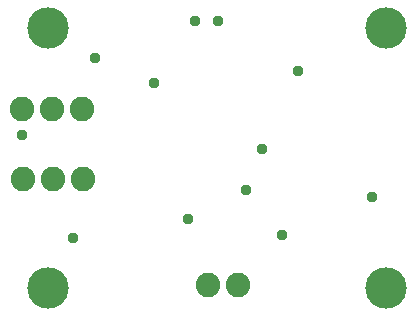
<source format=gbr>
G04 EAGLE Gerber RS-274X export*
G75*
%MOMM*%
%FSLAX34Y34*%
%LPD*%
%INSoldermask Bottom*%
%IPPOS*%
%AMOC8*
5,1,8,0,0,1.08239X$1,22.5*%
G01*
%ADD10C,3.505200*%
%ADD11C,2.082800*%
%ADD12C,0.959600*%


D10*
X50000Y70000D03*
X50000Y290000D03*
X335800Y290000D03*
X335800Y70000D03*
D11*
X28194Y162306D03*
X53594Y162306D03*
X78994Y162306D03*
X27940Y220980D03*
X53340Y220980D03*
X78740Y220980D03*
X185166Y72644D03*
X210566Y72644D03*
D12*
X89916Y264922D03*
X261620Y253238D03*
X70612Y112014D03*
X247650Y114554D03*
X139700Y243586D03*
X324104Y146812D03*
X27940Y199644D03*
X230632Y187452D03*
X217424Y152654D03*
X174244Y296164D03*
X193548Y295910D03*
X168148Y128016D03*
M02*

</source>
